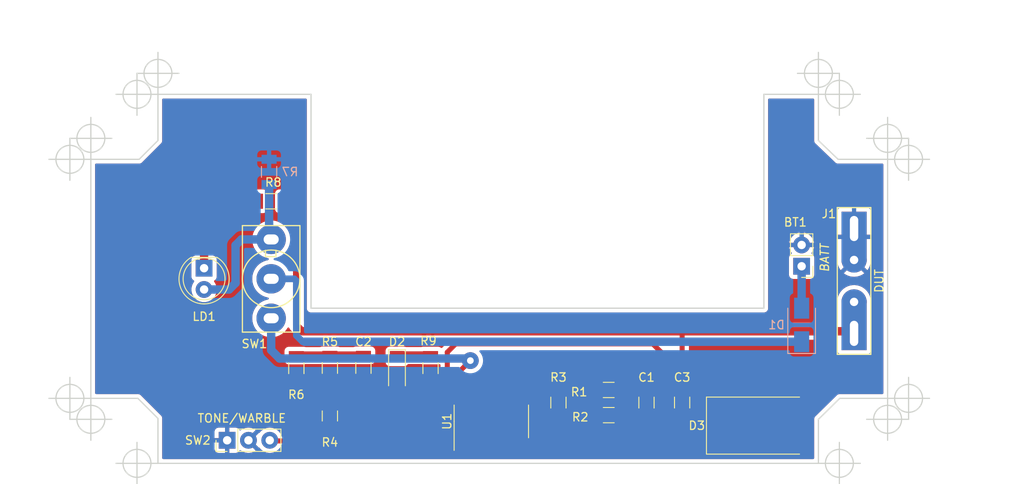
<source format=kicad_pcb>
(kicad_pcb (version 20210424) (generator pcbnew)
  (title_block (title "Fox Toner") (date "2019-11-03") (rev "A") (company "https://www.supyrow.com"))
  (layers (0 "F.Cu" signal) (31 "B.Cu" signal) (34 "B.Paste" user) (35 "F.Paste" user) (36 "B.SilkS" user "B.Silkscreen") (37 "F.SilkS" user "F.Silkscreen") (38 "B.Mask" user) (39 "F.Mask" user) (44 "Edge.Cuts" user))
  (net 0 "")
  (net 1 "+9V")
  (net 2 "GND")
  (net 3 "Net-(C1-Pad1)")
  (net 4 "Net-(C1-Pad2)")
  (net 5 "Net-(C2-Pad2)")
  (net 6 "Net-(C2-Pad1)")
  (net 7 "Net-(C3-Pad1)")
  (net 8 "Net-(C3-Pad2)")
  (net 9 "Net-(D1-Pad1)")
  (net 10 "Net-(D2-Pad1)")
  (net 11 "Net-(LD1-Pad1)")
  (net 12 "Net-(R1-Pad2)")
  (net 13 "Net-(R2-Pad1)")
  (net 14 "Net-(R3-Pad2)")
  (net 15 "Net-(R4-Pad2)")
  (net 16 "Net-(R4-Pad1)")
  (net 17 "Net-(R6-Pad1)")
  (net 18 "/CONT")
  (net 19 "/TONE")
  (footprint "LED_THT:LED_D5.0mm_Clear" (layer "F.Cu") (at 35.75 43.25 -90)
    (fp_text reference "LD1" (at 4.5 0) (layer "F.SilkS"))
    (fp_text value "Bi-Color LED")
    (fp_line (start -2.56 -1.545) (end -2.56 1.545) (layer "F.SilkS") (width 0.12))
    (fp_arc (start 0 0) (end -2.56 1.54483) (angle -148.9) (layer "F.SilkS") (width 0.12))
    (fp_arc (start 0 0) (end -2.56 -1.54483) (angle 148.9) (layer "F.SilkS") (width 0.12))
    (fp_circle (center 0 0) (end 2.5 0) (layer "F.SilkS") (width 0.12) (fill none))
    (pad "1" thru_hole rect locked (at -1.27 0 270) (size 2 2) (drill 1) (layers *.Cu *.Mask) (net 11 "Net-(LD1-Pad1)"))
    (pad "2" thru_hole circle locked (at 1.27 0 270) (size 2 2) (drill 1) (layers *.Cu *.Mask) (net 18 "/CONT"))
  )
  (footprint "Resistor_SMD:R_1206_3216Metric" (layer "F.Cu") (at 62.75 53.9 -90)
    (fp_text reference "R9" (at -3.25 0.25 180) (layer "F.SilkS"))
    (fp_text value "2K2")
    (fp_line (start -0.65 0.91) (end 0.65 0.91) (layer "F.SilkS") (width 0.12))
    (fp_line (start -0.65 -0.91) (end 0.65 -0.91) (layer "F.SilkS") (width 0.12))
    (pad "1" smd rect locked (at -1.505 0 270) (size 1.07 1.8) (layers "F.Cu" "F.Paste" "F.Mask") (net 10 "Net-(D2-Pad1)"))
    (pad "2" smd rect locked (at 1.505 0 270) (size 1.07 1.8) (layers "F.Cu" "F.Paste" "F.Mask") (net 4 "Net-(C1-Pad2)"))
  )
  (footprint "Resistor_SMD:R_1206_3216Metric" (layer "F.Cu") (at 43.75 34 180)
    (fp_text reference "R8" (at -0.25 2.25) (layer "F.SilkS"))
    (fp_text value "22K")
    (fp_line (start -0.65 0.91) (end 0.65 0.91) (layer "F.SilkS") (width 0.12))
    (fp_line (start -0.65 -0.91) (end 0.65 -0.91) (layer "F.SilkS") (width 0.12))
    (pad "1" smd rect locked (at -1.505 0 180) (size 1.07 1.8) (layers "F.Cu" "F.Paste" "F.Mask") (net 8 "Net-(C3-Pad2)"))
    (pad "2" smd rect locked (at 1.505 0 180) (size 1.07 1.8) (layers "F.Cu" "F.Paste" "F.Mask") (net 11 "Net-(LD1-Pad1)"))
  )
  (footprint "Resistor_SMD:R_1206_3216Metric" (layer "F.Cu") (at 46.75 53.905 90)
    (fp_text reference "R6" (at -3.155 0) (layer "F.SilkS"))
    (fp_text value "21K")
    (fp_line (start -0.65 0.91) (end 0.65 0.91) (layer "F.SilkS") (width 0.12))
    (fp_line (start -0.65 -0.91) (end 0.65 -0.91) (layer "F.SilkS") (width 0.12))
    (pad "1" smd rect locked (at -1.505 0 90) (size 1.07 1.8) (layers "F.Cu" "F.Paste" "F.Mask") (net 17 "Net-(R6-Pad1)"))
    (pad "2" smd rect locked (at 1.505 0 90) (size 1.07 1.8) (layers "F.Cu" "F.Paste" "F.Mask") (net 6 "Net-(C2-Pad1)"))
  )
  (footprint "Resistor_SMD:R_1206_3216Metric" (layer "F.Cu") (at 50.75 53.875 -90)
    (fp_text reference "R5" (at -3.125 0 180) (layer "F.SilkS"))
    (fp_text value "1M")
    (fp_line (start -0.65 0.91) (end 0.65 0.91) (layer "F.SilkS") (width 0.12))
    (fp_line (start -0.65 -0.91) (end 0.65 -0.91) (layer "F.SilkS") (width 0.12))
    (pad "1" smd rect locked (at -1.505 0 270) (size 1.07 1.8) (layers "F.Cu" "F.Paste" "F.Mask") (net 6 "Net-(C2-Pad1)"))
    (pad "2" smd rect locked (at 1.505 0 270) (size 1.07 1.8) (layers "F.Cu" "F.Paste" "F.Mask") (net 16 "Net-(R4-Pad1)"))
  )
  (footprint "Resistor_SMD:R_1206_3216Metric" (layer "F.Cu") (at 84 59.5)
    (fp_text reference "R2" (at -3.4 0.24) (layer "F.SilkS"))
    (fp_text value "2K2")
    (fp_line (start -0.65 -0.91) (end 0.65 -0.91) (layer "F.SilkS") (width 0.12))
    (fp_line (start -0.65 0.91) (end 0.65 0.91) (layer "F.SilkS") (width 0.12))
    (pad "1" smd rect locked (at -1.505 0) (size 1.07 1.8) (layers "F.Cu" "F.Paste" "F.Mask") (net 13 "Net-(R2-Pad1)"))
    (pad "2" smd rect locked (at 1.505 0) (size 1.07 1.8) (layers "F.Cu" "F.Paste" "F.Mask") (net 4 "Net-(C1-Pad2)"))
  )
  (footprint "Resistor_SMD:R_1206_3216Metric" (layer "F.Cu") (at 83.995 56.5 180)
    (fp_text reference "R1" (at 3.53 -0.25) (layer "F.SilkS"))
    (fp_text value "620K")
    (fp_line (start -0.65 -0.91) (end 0.65 -0.91) (layer "F.SilkS") (width 0.12))
    (fp_line (start -0.65 0.91) (end 0.65 0.91) (layer "F.SilkS") (width 0.12))
    (pad "1" smd rect locked (at -1.505 0 180) (size 1.07 1.8) (layers "F.Cu" "F.Paste" "F.Mask") (net 3 "Net-(C1-Pad1)"))
    (pad "2" smd rect locked (at 1.505 0 180) (size 1.07 1.8) (layers "F.Cu" "F.Paste" "F.Mask") (net 12 "Net-(R1-Pad2)"))
  )
  (footprint "Diode_SMD:D_MiniMELF" (layer "F.Cu") (at 58.75 54.25 -90)
    (fp_text reference "D2" (at -3.5 0 180) (layer "F.SilkS"))
    (fp_text value "LL4148")
    (fp_line (start -2.55 1) (end 1.75 1) (layer "F.SilkS") (width 0.12))
    (fp_line (start -2.55 -1) (end -2.55 1) (layer "F.SilkS") (width 0.12))
    (fp_line (start 1.75 -1) (end -2.55 -1) (layer "F.SilkS") (width 0.12))
    (pad "1" smd rect locked (at -1.75 0 270) (size 1.3 1.7) (layers "F.Cu" "F.Paste" "F.Mask") (net 10 "Net-(D2-Pad1)"))
    (pad "2" smd rect locked (at 1.75 0 270) (size 1.3 1.7) (layers "F.Cu" "F.Paste" "F.Mask") (net 5 "Net-(C2-Pad2)"))
  )
  (footprint "Capacitor_SMD:C_1206_3216Metric" (layer "F.Cu") (at 92.75 58 90)
    (fp_text reference "C3" (at 3 0) (layer "F.SilkS"))
    (fp_text value "100nF @ 250V")
    (fp_line (start -0.65 0.91) (end 0.65 0.91) (layer "F.SilkS") (width 0.12))
    (fp_line (start -0.65 -0.91) (end 0.65 -0.91) (layer "F.SilkS") (width 0.12))
    (pad "1" smd rect locked (at -1.505 0 90) (size 1.07 1.8) (layers "F.Cu" "F.Paste" "F.Mask") (net 7 "Net-(C3-Pad1)"))
    (pad "2" smd rect locked (at 1.505 0 90) (size 1.07 1.8) (layers "F.Cu" "F.Paste" "F.Mask") (net 8 "Net-(C3-Pad2)"))
  )
  (footprint "Capacitor_SMD:C_1206_3216Metric" (layer "F.Cu") (at 54.75 53.875 -90)
    (fp_text reference "C2" (at -3.125 -0.005 180) (layer "F.SilkS"))
    (fp_text value "100nF @ 50V")
    (fp_line (start -0.65 0.91) (end 0.65 0.91) (layer "F.SilkS") (width 0.12))
    (fp_line (start -0.65 -0.91) (end 0.65 -0.91) (layer "F.SilkS") (width 0.12))
    (pad "1" smd rect locked (at -1.505 0 270) (size 1.07 1.8) (layers "F.Cu" "F.Paste" "F.Mask") (net 6 "Net-(C2-Pad1)"))
    (pad "2" smd rect locked (at 1.505 0 270) (size 1.07 1.8) (layers "F.Cu" "F.Paste" "F.Mask") (net 5 "Net-(C2-Pad2)"))
  )
  (footprint "Capacitor_SMD:C_1206_3216Metric" (layer "F.Cu") (at 88.5 58.005 -90)
    (fp_text reference "C1" (at -3.005 0 180) (layer "F.SilkS"))
    (fp_text value "1nF @ 100V")
    (fp_line (start -0.65 0.91) (end 0.65 0.91) (layer "F.SilkS") (width 0.12))
    (fp_line (start -0.65 -0.91) (end 0.65 -0.91) (layer "F.SilkS") (width 0.12))
    (pad "1" smd rect locked (at -1.505 0 270) (size 1.07 1.8) (layers "F.Cu" "F.Paste" "F.Mask") (net 3 "Net-(C1-Pad1)"))
    (pad "2" smd rect locked (at 1.505 0 270) (size 1.07 1.8) (layers "F.Cu" "F.Paste" "F.Mask") (net 4 "Net-(C1-Pad2)"))
  )
  (footprint "MyCustomParts:Connector-blade" (layer "F.Cu") (at 113.25 43.5)
    (fp_text reference "J1" (at -3 -8 180) (layer "F.SilkS"))
    (fp_text value "DUT" (at 3 0 270) (layer "F.SilkS"))
    (fp_line (start -2 -8.75) (end 2 -8.75) (layer "F.SilkS") (width 0.15))
    (fp_line (start 2 8.75) (end -2 8.75) (layer "F.SilkS") (width 0.15))
    (fp_line (start -2 8.75) (end -2 -8.75) (layer "F.SilkS") (width 0.15))
    (fp_line (start 2 -8.75) (end 2 8.75) (layer "F.SilkS") (width 0.15))
    (pad "1" thru_hole circle locked (at 0 2.5 180) (size 3 3) (drill 1) (layers *.Cu *.Mask) (net 8 "Net-(C3-Pad2)"))
    (pad "1" thru_hole rect locked (at 0 6.25) (size 3 6) (drill oval 1 3 (offset 0 -1)) (layers *.Cu *.Mask) (net 8 "Net-(C3-Pad2)"))
    (pad "2" thru_hole rect locked (at 0 -6.25 180) (size 3 6) (drill oval 1 3 (offset 0 -1)) (layers *.Cu *.Mask) (net 2 "GND"))
    (pad "2" thru_hole circle locked (at 0 -2.5) (size 3 3) (drill 1) (layers *.Cu *.Mask) (net 2 "GND"))
  )
  (footprint "Connector_PinHeader_2.54mm:PinHeader_1x03_P2.54mm_Vertical" (layer "F.Cu") (at 38.5 62.5 90)
    (fp_text reference "SW2" (at 0 -3.5) (layer "F.SilkS"))
    (fp_text value "TONE/WARBLE" (at 2.625 1.75) (layer "F.SilkS"))
    (fp_line (start -1.33 6.41) (end 1.33 6.41) (layer "F.SilkS") (width 0.12))
    (fp_line (start -1.33 1.27) (end 1.33 1.27) (layer "F.SilkS") (width 0.12))
    (fp_line (start 1.33 1.27) (end 1.33 6.41) (layer "F.SilkS") (width 0.12))
    (fp_line (start -1.33 0) (end -1.33 -1.33) (layer "F.SilkS") (width 0.12))
    (fp_line (start -1.33 1.27) (end -1.33 6.41) (layer "F.SilkS") (width 0.12))
    (fp_line (start -1.33 -1.33) (end 0 -1.33) (layer "F.SilkS") (width 0.12))
    (pad "1" thru_hole rect locked (at 0 0 90) (size 2 2) (drill 1) (layers *.Cu *.Mask) (net 2 "GND"))
    (pad "2" thru_hole circle locked (at 0 2.54 90) (size 2 2) (drill 1) (layers *.Cu *.Mask) (net 2 "GND"))
    (pad "3" thru_hole circle locked (at 0 5.08 90) (size 2 2) (drill 1) (layers *.Cu *.Mask) (net 17 "Net-(R6-Pad1)"))
  )
  (footprint "Connector_PinHeader_2.54mm:PinHeader_1x02_P2.54mm_Vertical" (layer "F.Cu") (at 107 41.75 180)
    (fp_text reference "BT1" (at 0.75 5.25 180) (layer "F.SilkS"))
    (fp_text value "BATT" (at -2.75 1 270) (layer "F.SilkS") (effects (font (thickness 0.15) italic)))
    (fp_line (start -1.33 -1.33) (end 0 -1.33) (layer "F.SilkS") (width 0.12))
    (fp_line (start -1.33 1.27) (end 1.33 1.27) (layer "F.SilkS") (width 0.12))
    (fp_line (start -1.33 0) (end -1.33 -1.33) (layer "F.SilkS") (width 0.12))
    (fp_line (start 1.33 1.27) (end 1.33 3.87) (layer "F.SilkS") (width 0.12))
    (fp_line (start -1.33 3.87) (end 1.33 3.87) (layer "F.SilkS") (width 0.12))
    (fp_line (start -1.33 1.27) (end -1.33 3.87) (layer "F.SilkS") (width 0.12))
    (pad "1" thru_hole rect locked (at 0 0 180) (size 2 2) (drill 1) (layers *.Cu *.Mask) (net 1 "+9V"))
    (pad "2" thru_hole oval locked (at 0 2.54 180) (size 2 2) (drill 1) (layers *.Cu *.Mask) (net 2 "GND"))
  )
  (footprint "MyCustomParts:D_3225_8063Metric" (layer "F.Cu") (at 101.25 60.75)
    (fp_text reference "D3" (at -6.75 0) (layer "F.SilkS"))
    (fp_text value "VP3225K401R300")
    (fp_line (start 5.5 -3.4) (end -5.6 -3.4) (layer "F.SilkS") (width 0.12))
    (fp_line (start -5.6 -3.4) (end -5.6 3.4) (layer "F.SilkS") (width 0.12))
    (fp_line (start -5.6 3.4) (end 5.5 3.4) (layer "F.SilkS") (width 0.12))
    (pad "1" smd roundrect locked (at -4 0) (size 2.9 3.5) (layers "F.Cu" "F.Paste" "F.Mask") (roundrect_rratio 0.101) (net 7 "Net-(C3-Pad1)"))
    (pad "2" smd roundrect locked (at 4 0) (size 2.9 3.5) (layers "F.Cu" "F.Paste" "F.Mask") (roundrect_rratio 0.101) (net 2 "GND"))
  )
  (footprint "MyCustomParts:SWITCH-toggle-100SP3T1B1M2QEH" (layer "F.Cu") (at 43.75 43.25 90)
    (fp_text reference "SW1" (at -7.75 -2) (layer "F.SilkS"))
    (fp_text value "SPDT")
    (fp_line (start 6.35 -3.43) (end -6.35 -3.43) (layer "F.SilkS") (width 0.15))
    (fp_line (start 3.4 -0.68) (end 2.65 -0.68) (layer "F.SilkS") (width 0.15))
    (fp_line (start 2.65 -0.68) (end 2.65 0.57) (layer "F.SilkS") (width 0.15))
    (fp_line (start 6.35 3.43) (end -6.35 3.43) (layer "F.SilkS") (width 0.15))
    (fp_line (start 6.35 -3.43) (end 6.35 3.43) (layer "F.SilkS") (width 0.15))
    (fp_line (start 2.65 0.57) (end 3.4 0.57) (layer "F.SilkS") (width 0.15))
    (fp_line (start -6.35 -3.43) (end -6.35 3.43) (layer "F.SilkS") (width 0.15))
    (fp_circle (center 0 0) (end -3.43 -0.18) (layer "F.SilkS") (width 0.15) (fill none))
    (pad "1" thru_hole circle locked (at -4.7 0 180) (size 3.5 3.5) (drill oval 1.8 1.2) (layers *.Cu *.Mask) (net 19 "/TONE"))
    (pad "2" thru_hole circle locked (at 0 0 180) (size 3.5 3.5) (drill oval 1.8 1.2) (layers *.Cu *.Mask) (net 9 "Net-(D1-Pad1)"))
    (pad "3" thru_hole circle locked (at 4.7 0 180) (size 3.5 3.5) (drill oval 1.8 1.2) (layers *.Cu *.Mask) (net 18 "/CONT"))
  )
  (footprint "Package_SO:SOIC-14_3.9x8.7mm_P1.27mm" (layer "F.Cu") (at 70 60.25 90)
    (fp_text reference "U1" (at 0 -5.28 90) (layer "F.SilkS"))
    (fp_text value "4069")
    (fp_line (start 0 4.435) (end 1.95 4.435) (layer "F.SilkS") (width 0.12))
    (fp_line (start 0 -4.435) (end -3.45 -4.435) (layer "F.SilkS") (width 0.12))
    (fp_line (start 0 -4.435) (end 1.95 -4.435) (layer "F.SilkS") (width 0.12))
    (fp_line (start 0 4.435) (end -1.95 4.435) (layer "F.SilkS") (width 0.12))
    (pad "1" smd roundrect locked (at -2.475 -3.81 90) (size 1.95 0.6) (layers "F.Cu" "F.Paste" "F.Mask") (net 17 "Net-(R6-Pad1)"))
    (pad "2" smd roundrect locked (at -2.475 -2.54 90) (size 1.95 0.6) (layers "F.Cu" "F.Paste" "F.Mask") (net 15 "Net-(R4-Pad2)"))
    (pad "3" smd roundrect locked (at -2.475 -1.27 90) (size 1.95 0.6) (layers "F.Cu" "F.Paste" "F.Mask") (net 15 "Net-(R4-Pad2)"))
    (pad "4" smd roundrect locked (at -2.475 0 90) (size 1.95 0.6) (layers "F.Cu" "F.Paste" "F.Mask") (net 5 "Net-(C2-Pad2)"))
    (pad "5" smd roundrect locked (at -2.475 1.27 90) (size 1.95 0.6) (layers "F.Cu" "F.Paste" "F.Mask") (net 13 "Net-(R2-Pad1)"))
    (pad "6" smd roundrect locked (at -2.475 2.54 90) (size 1.95 0.6) (layers "F.Cu" "F.Paste" "F.Mask") (net 14 "Net-(R3-Pad2)"))
    (pad "7" smd roundrect locked (at -2.475 3.81 90) (size 1.95 0.6) (layers "F.Cu" "F.Paste" "F.Mask") (net 2 "GND"))
    (pad "8" smd roundrect locked (at 2.475 3.81 90) (size 1.95 0.6) (layers "F.Cu" "F.Paste" "F.Mask") (net 14 "Net-(R3-Pad2)"))
    (pad "9" smd roundrect locked (at 2.475 2.54 90) (size 1.95 0.6) (layers "F.Cu" "F.Paste" "F.Mask") (net 13 "Net-(R2-Pad1)"))
    (pad "10" smd roundrect locked (at 2.475 1.27 90) (size 1.95 0.6) (layers "F.Cu" "F.Paste" "F.Mask") (net 13 "Net-(R2-Pad1)"))
    (pad "11" smd roundrect locked (at 2.475 0 90) (size 1.95 0.6) (layers "F.Cu" "F.Paste" "F.Mask") (net 12 "Net-(R1-Pad2)"))
    (pad "12" smd roundrect locked (at 2.475 -1.27 90) (size 1.95 0.6) (layers "F.Cu" "F.Paste" "F.Mask") (net 12 "Net-(R1-Pad2)"))
    (pad "13" smd roundrect locked (at 2.475 -2.54 90) (size 1.95 0.6) (layers "F.Cu" "F.Paste" "F.Mask") (net 3 "Net-(C1-Pad1)"))
    (pad "14" smd roundrect locked (at 2.475 -3.81 90) (size 1.95 0.6) (layers "F.Cu" "F.Paste" "F.Mask") (net 19 "/TONE"))
  )
  (footprint "Resistor_SMD:R_1206_3216Metric" (layer "F.Cu") (at 50.75 59.6 -90)
    (fp_text reference "R4" (at 3.15 0 180) (layer "F.SilkS"))
    (fp_text value "1M")
    (fp_line (start -0.602064 0.91) (end 0.602064 0.91) (layer "F.SilkS") (width 0.12))
    (fp_line (start -0.602064 -0.91) (end 0.602064 -0.91) (layer "F.SilkS") (width 0.12))
    (pad "1" smd roundrect locked (at -1.4 0 270) (size 1.25 1.75) (layers "F.Cu" "F.Paste" "F.Mask") (roundrect_rratio 0.2) (net 16 "Net-(R4-Pad1)"))
    (pad "2" smd roundrect locked (at 1.4 0 270) (size 1.25 1.75) (layers "F.Cu" "F.Paste" "F.Mask") (roundrect_rratio 0.2) (net 15 "Net-(R4-Pad2)"))
  )
  (footprint "Resistor_SMD:R_1206_3216Metric" (layer "F.Cu") (at 78 58.005 90)
    (fp_text reference "R3" (at 3.005 0 180) (layer "F.SilkS"))
    (fp_text value "100R")
    (fp_line (start -0.65 -0.91) (end 0.65 -0.91) (layer "F.SilkS") (width 0.12))
    (fp_line (start -0.65 0.91) (end 0.65 0.91) (layer "F.SilkS") (width 0.12))
    (pad "1" smd rect locked (at -1.505 0 90) (size 1.07 1.8) (layers "F.Cu" "F.Paste" "F.Mask") (net 7 "Net-(C3-Pad1)"))
    (pad "2" smd rect locked (at 1.505 0 90) (size 1.07 1.8) (layers "F.Cu" "F.Paste" "F.Mask") (net 14 "Net-(R3-Pad2)"))
  )
  (footprint "Resistor_SMD:R_1206_3216Metric" (layer "B.Cu") (at 43.5 30.5 90)
    (fp_text reference "R7" (at 0 2.5) (layer "B.SilkS") (effects (justify mirror)))
    (fp_text value "21K")
    (fp_line (start -0.65 0.91) (end 0.65 0.91) (layer "B.SilkS") (width 0.12))
    (fp_line (start -0.65 -0.91) (end 0.65 -0.91) (layer "B.SilkS") (width 0.12))
    (pad "1" smd rect locked (at -1.505 0 90) (size 1.07 1.8) (layers "B.Cu" "B.Paste" "B.Mask") (net 18 "/CONT"))
    (pad "2" smd rect locked (at 1.505 0 90) (size 1.07 1.8) (layers "B.Cu" "B.Paste" "B.Mask") (net 2 "GND"))
  )
  (footprint "Diode_SMD:D_SMA" (layer "B.Cu") (at 107 48.75 90)
    (fp_text reference "D1" (at 0 -3) (layer "B.SilkS") (effects (justify mirror)))
    (fp_text value "S1M")
    (fp_line (start -3.4 1.65) (end -3.4 -1.65) (layer "B.SilkS") (width 0.12))
    (fp_line (start -3.4 -1.65) (end 2 -1.65) (layer "B.SilkS") (width 0.12))
    (fp_line (start -3.4 1.65) (end 2 1.65) (layer "B.SilkS") (width 0.12))
    (pad "1" smd rect locked (at -2 0 90) (size 2.5 1.8) (layers "B.Cu" "B.Paste" "B.Mask") (net 9 "Net-(D1-Pad1)"))
    (pad "2" smd rect locked (at 2 0 90) (size 2.5 1.8) (layers "B.Cu" "B.Paste" "B.Mask") (net 1 "+9V"))
  )
  (gr_line (start 48.5 21.25) (end 48.5 46.75) (layer "Edge.Cuts") (width 0.15))
  (gr_line (start 48.5 46.75) (end 102.5 46.75) (layer "Edge.Cuts") (width 0.15))
  (gr_line (start 30.25 65.25) (end 30.25 59.9) (layer "Edge.Cuts") (width 0.15))
  (gr_line (start 30.25 26.75) (end 30.25 21.25) (layer "Edge.Cuts") (width 0.15))
  (gr_line (start 27.85 57.5) (end 30.25 59.9) (layer "Edge.Cuts") (width 0.15))
  (gr_line (start 117.25 57.5) (end 111.55 57.5) (layer "Edge.Cuts") (width 0.15))
  (gr_line (start 30.25 21.25) (end 48.5 21.25) (layer "Edge.Cuts") (width 0.15))
  (gr_line (start 109 26.75) (end 111.35 29) (layer "Edge.Cuts") (width 0.15))
  (gr_line (start 22.25 29) (end 28 29) (layer "Edge.Cuts") (width 0.15))
  (gr_line (start 109 60) (end 109 65.25) (layer "Edge.Cuts") (width 0.15))
  (gr_line (start 30.25 26.75) (end 28 29) (layer "Edge.Cuts") (width 0.15))
  (gr_line (start 22.25 57.5) (end 22.25 29) (layer "Edge.Cuts") (width 0.15))
  (gr_line (start 111.35 29) (end 117.25 29) (layer "Edge.Cuts") (width 0.15))
  (gr_line (start 27.85 57.5) (end 22.25 57.5) (layer "Edge.Cuts") (width 0.15))
  (gr_line (start 117.25 29) (end 117.25 57.5) (layer "Edge.Cuts") (width 0.15))
  (gr_line (start 102.5 46.75) (end 102.5 21.25) (layer "Edge.Cuts") (width 0.15))
  (gr_line (start 109 60) (end 111.55 57.5) (layer "Edge.Cuts") (width 0.15))
  (gr_line (start 109 65.25) (end 30.25 65.25) (layer "Edge.Cuts") (width 0.15))
  (gr_line (start 102.5 21.25) (end 109 21.25) (layer "Edge.Cuts") (width 0.15))
  (gr_line (start 109 21.25) (end 109 26.75) (layer "Edge.Cuts") (width 0.15))
  (gr_text "-" (at 113.25 33 90) (layer "F.Cu") (effects (font (size 1.5 1.5) (thickness 0.3))))
  (gr_text "+" (at 113.5 53.5) (layer "F.Cu") (effects (font (size 1.5 1.5) (thickness 0.3))))
  (gr_text "FOX TONER Rev B\nSU_PYROW\n461019\n" (at 26.75 43.25 90) (layer "F.Cu") (effects (font (size 1.25 1.25) (thickness 0.3) italic)))
  (target plus (at 27.75 21.25) (size 5) (width 0.15) (layer "Edge.Cuts"))
  (target plus (at 19.75 29) (size 5) (width 0.15) (layer "Edge.Cuts"))
  (target plus (at 22.25 26.5) (size 5) (width 0.15) (layer "Edge.Cuts"))
  (target plus (at 109 18.75) (size 5) (width 0.15) (layer "Edge.Cuts"))
  (target plus (at 111.5 21.25) (size 5) (width 0.15) (layer "Edge.Cuts"))
  (target plus (at 119.75 29) (size 5) (width 0.15) (layer "Edge.Cuts"))
  (target plus (at 117.25 26.5) (size 5) (width 0.15) (layer "Edge.Cuts"))
  (target plus (at 119.75 57.5) (size 5) (width 0.15) (layer "Edge.Cuts"))
  (target plus (at 117.25 60) (size 5) (width 0.15) (layer "Edge.Cuts"))
  (target plus (at 111.5 65.25) (size 5) (width 0.15) (layer "Edge.Cuts"))
  (target plus (at 27.75 65.25) (size 5) (width 0.15) (layer "Edge.Cuts"))
  (target plus (at 22.25 60) (size 5) (width 0.15) (layer "Edge.Cuts"))
  (target plus (at 19.75 57.5) (size 5) (width 0.15) (layer "Edge.Cuts"))
  (target plus (at 30.25 18.75) (size 5) (width 0.15) (layer "Edge.Cuts"))
  (segment (start 107 41.75) (end 107 46.75) (width 1) (layer "B.Cu") (net 1))
  (segment (start 71 52.25) (end 85 52.25) (width 0.6) (layer "F.Cu") (net 3))
  (segment (start 85.5 52.75) (end 85.5 56.5) (width 0.6) (layer "F.Cu") (net 3))
  (segment (start 67.46 55.79) (end 71 52.25) (width 0.6) (layer "F.Cu") (net 3))
  (segment (start 88.5 56.5) (end 85.5 56.5) (width 0.6) (layer "F.Cu") (net 3))
  (segment (start 85 52.25) (end 85.5 52.75) (width 0.6) (layer "F.Cu") (net 3))
  (segment (start 67.46 57.775) (end 67.46 55.79) (width 0.6) (layer "F.Cu") (net 3))
  (segment (start 90.24 59.51) (end 90.75 59) (width 0.6) (layer "F.Cu") (net 4))
  (segment (start 64.595 55.405) (end 64.75 55.25) (width 0.6) (layer "F.Cu") (net 4))
  (segment (start 64.75 55.25) (end 64.75 52) (width 0.6) (layer "F.Cu") (net 4))
  (segment (start 88.5 59.51) (end 85.515 59.51) (width 0.6) (layer "F.Cu") (net 4))
  (segment (start 90.75 59) (end 90.75 52.5) (width 0.6) (layer "F.Cu") (net 4))
  (segment (start 65.75 51) (end 89.25 51) (width 0.6) (layer "F.Cu") (net 4))
  (segment (start 64.75 52) (end 65.75 51) (width 0.6) (layer "F.Cu") (net 4))
  (segment (start 90.75 52.5) (end 89.25 51) (width 0.6) (layer "F.Cu") (net 4))
  (segment (start 88.5 59.51) (end 90.24 59.51) (width 0.6) (layer "F.Cu") (net 4))
  (segment (start 62.75 55.405) (end 64.595 55.405) (width 0.6) (layer "F.Cu") (net 4))
  (segment (start 70 62.575) (end 70 60.75) (width 0.6) (layer "F.Cu") (net 5))
  (segment (start 70 60.75) (end 68.75 59.5) (width 0.6) (layer "F.Cu") (net 5))
  (segment (start 56.25 59.5) (end 68.75 59.5) (width 0.6) (layer "F.Cu") (net 5))
  (segment (start 54.75 55.38) (end 54.75 58) (width 0.6) (layer "F.Cu") (net 5))
  (segment (start 56.25 59.5) (end 54.75 58) (width 0.6) (layer "F.Cu") (net 5))
  (segment (start 58.75 56) (end 58.75 59.5) (width 0.6) (layer "F.Cu") (net 5))
  (segment (start 54.75 52.37) (end 46.78 52.37) (width 0.6) (layer "F.Cu") (net 6))
  (segment (start 46.75 52.4) (end 54.72 52.4) (width 1) (layer "F.Cu") (net 6))
  (segment (start 78.75 61.75) (end 92.75 61.75) (width 0.6) (layer "F.Cu") (net 7))
  (segment (start 92.75 61.75) (end 94 61.75) (width 0.6) (layer "F.Cu") (net 7))
  (segment (start 78 59.51) (end 78 61) (width 0.6) (layer "F.Cu") (net 7))
  (segment (start 97.25 60.75) (end 95 60.75) (width 0.6) (layer "F.Cu") (net 7))
  (segment (start 92.75 59.505) (end 92.75 61.75) (width 0.6) (layer "F.Cu") (net 7))
  (segment (start 95 60.75) (end 94 61.75) (width 0.6) (layer "F.Cu") (net 7))
  (segment (start 78 61) (end 78.75 61.75) (width 0.6) (layer "F.Cu") (net 7))
  (segment (start 47.5 49.5) (end 113 49.5) (width 1) (layer "F.Cu") (net 8))
  (segment (start 46.75 34.5) (end 46.25 34) (width 0.8) (layer "F.Cu") (net 8))
  (segment (start 47.5 49.5) (end 46.75 48.75) (width 0.8) (layer "F.Cu") (net 8))
  (segment (start 46.75 48.75) (end 46.75 34.5) (width 0.8) (layer "F.Cu") (net 8))
  (segment (start 92.75 56.495) (end 92.75 49.5) (width 0.6) (layer "F.Cu") (net 8))
  (segment (start 46.25 34) (end 45.255 34) (width 0.8) (layer "F.Cu") (net 8))
  (segment (start 46.5 43.25) (end 43.75 43.25) (width 0.8) (layer "B.Cu") (net 9))
  (segment (start 47.5 50.75) (end 46.75 50) (width 0.8) (layer "B.Cu") (net 9))
  (segment (start 46.75 43.5) (end 46.5 43.25) (width 0.8) (layer "B.Cu") (net 9))
  (segment (start 47.75 50.75) (end 47.5 50.75) (width 0.8) (layer "B.Cu") (net 9))
  (segment (start 46.75 50) (end 46.75 43.5) (width 0.8) (layer "B.Cu") (net 9))
  (segment (start 107 50.75) (end 47.75 50.75) (width 1) (layer "B.Cu") (net 9))
  (segment (start 59.75 52.5) (end 62.995 52.5) (width 0.6) (layer "F.Cu") (net 10))
  (segment (start 62.75 52.395) (end 58.855 52.395) (width 1) (layer "F.Cu") (net 10))
  (segment (start 37.5 34) (end 35.75 35.75) (width 1) (layer "F.Cu") (net 11))
  (segment (start 35.75 35.75) (end 35.75 41.98) (width 1) (layer "F.Cu") (net 11))
  (segment (start 42.245 34) (end 37.5 34) (width 1) (layer "F.Cu") (net 11))
  (segment (start 71.5 53.25) (end 82 53.25) (width 0.6) (layer "F.Cu") (net 12))
  (segment (start 82.5 53.75) (end 82.49 56.5) (width 0.6) (layer "F.Cu") (net 12))
  (segment (start 82 53.25) (end 82.5 53.75) (width 0.6) (layer "F.Cu") (net 12))
  (segment (start 68.73 57.775) (end 68.73 56.02) (width 0.6) (layer "F.Cu") (net 12))
  (segment (start 68.73 56.02) (end 70 54.75) (width 0.6) (layer "F.Cu") (net 12))
  (segment (start 70 54.75) (end 71.5 53.25) (width 0.6) (layer "F.Cu") (net 12))
  (segment (start 70 57.775) (end 70 54.75) (width 0.6) (layer "F.Cu") (net 12))
  (segment (start 73 54.25) (end 79.25 54.25) (width 0.6) (layer "F.Cu") (net 13))
  (segment (start 72.5 54.75) (end 72.5 55) (width 0.6) (layer "F.Cu") (net 13))
  (segment (start 71.27 57.775) (end 71.27 55.98) (width 0.6) (layer "F.Cu") (net 13))
  (segment (start 82.495 59.5) (end 81.25 59.5) (width 0.6) (layer "F.Cu") (net 13))
  (segment (start 72.5 55) (end 72.54 57.775) (width 0.6) (layer "F.Cu") (net 13))
  (segment (start 71.27 62.725) (end 71.27 57.775) (width 0.6) (layer "F.Cu") (net 13))
  (segment (start 71.27 55.98) (end 72.5 54.75) (width 0.6) (layer "F.Cu") (net 13))
  (segment (start 81.25 59.5) (end 80.5 58.75) (width 0.6) (layer "F.Cu") (net 13))
  (segment (start 73 54.25) (end 72.5 54.75) (width 0.6) (layer "F.Cu") (net 13))
  (segment (start 80.5 58.75) (end 80.5 55.5) (width 0.6) (layer "F.Cu") (net 13))
  (segment (start 80.5 55.5) (end 79.25 54.25) (width 0.6) (layer "F.Cu") (net 13))
  (segment (start 72.54 61.225) (end 72.54 62.575) (width 0.6) (layer "F.Cu") (net 14))
  (segment (start 73.81 59.955) (end 72.54 61.225) (width 0.6) (layer "F.Cu") (net 14))
  (segment (start 73.81 57.175) (end 73.81 59.955) (width 0.6) (layer "F.Cu") (net 14))
  (segment (start 73.81 57.775) (end 73.81 55.69) (width 0.6) (layer "F.Cu") (net 14))
  (segment (start 78 55.75) (end 78 56.5) (width 0.6) (layer "F.Cu") (net 14))
  (segment (start 73.81 55.69) (end 74.25 55.25) (width 0.6) (layer "F.Cu") (net 14))
  (segment (start 74.25 55.25) (end 77.5 55.25) (width 0.6) (layer "F.Cu") (net 14))
  (segment (start 77.5 55.25) (end 78 55.75) (width 0.6) (layer "F.Cu") (net 14))
  (segment (start 67.46 62.575) (end 67.46 61.225) (width 0.6) (layer "F.Cu") (net 15))
  (segment (start 68.375 60.875) (end 68.73 61.23) (width 0.6) (layer "F.Cu") (net 15))
  (segment (start 67.11 60.875) (end 68.375 60.875) (width 0.6) (layer "F.Cu") (net 15))
  (segment (start 68.73 61.23) (end 68.73 62.575) (width 0.6) (layer "F.Cu") (net 15))
  (segment (start 67.11 60.875) (end 50.875 60.875) (width 0.6) (layer "F.Cu") (net 15))
  (segment (start 67.46 61.225) (end 67.11 60.875) (width 0.6) (layer "F.Cu") (net 15))
  (segment (start 50.75 58.2) (end 50.75 55.38) (width 0.6) (layer "F.Cu") (net 16))
  (segment (start 66.19 62.575) (end 46.675 62.575) (width 0.6) (layer "F.Cu") (net 17))
  (segment (start 46.675 62.575) (end 43.655 62.575) (width 0.6) (layer "F.Cu") (net 17))
  (segment (start 46.675 62.575) (end 46.675 55.485) (width 0.6) (layer "F.Cu") (net 17))
  (segment (start 39.5 39.25) (end 39.5 43.75) (width 1) (layer "B.Cu") (net 18))
  (segment (start 43.5 32.005) (end 43.5 38.3) (width 1) (layer "B.Cu") (net 18))
  (segment (start 39.5 43.75) (end 38.73 44.52) (width 1) (layer "B.Cu") (net 18))
  (segment (start 40.2 38.55) (end 39.5 39.25) (width 1) (layer "B.Cu") (net 18))
  (segment (start 38.73 44.52) (end 35.75 44.52) (width 1) (layer "B.Cu") (net 18))
  (segment (start 43.75 38.55) (end 40.2 38.55) (width 1) (layer "B.Cu") (net 18))
  (segment (start 66.19 54.31) (end 67.5 53) (width 0.6) (layer "F.Cu") (net 19))
  (segment (start 66.19 57.775) (end 66.19 54.31) (width 0.6) (layer "F.Cu") (net 19))
  (via (at 67.5 53) (size 2) (drill 0.8) (layers "F.Cu" "B.Cu") (net 19))
  (segment (start 44.75 52.75) (end 67.25 52.75) (width 1) (layer "B.Cu") (net 19))
  (segment (start 44.5 52.5) (end 44.5 52.75) (width 0.6) (layer "B.Cu") (net 19))
  (segment (start 67.25 52.75) (end 67.5 53) (width 1) (layer "B.Cu") (net 19))
  (segment (start 43.75 47.95) (end 43.75 51.75) (width 1) (layer "B.Cu") (net 19))
  (segment (start 43.75 51.75) (end 44.75 52.75) (width 1) (layer "B.Cu") (net 19))
  (zone (net 2) (net_name "GND") (layer "F.Cu") (connect_pads (clearance 0.508)) (min_thickness 0.254) (fill yes (thermal_gap 0.508) (thermal_bridge_width 0.508))
    (polygon (pts (xy 117 65) (xy 22.5 65) (xy 22.5 21.5) (xy 117 21.5)))
  )
  (zone (net 2) (net_name "GND") (layer "B.Cu") (connect_pads (clearance 0.508)) (min_thickness 0.254) (fill yes (thermal_gap 0.508) (thermal_bridge_width 0.508))
    (polygon (pts (xy 117 65) (xy 22.5 65) (xy 22.5 21.5) (xy 117 21.5)))
  )
)
</source>
